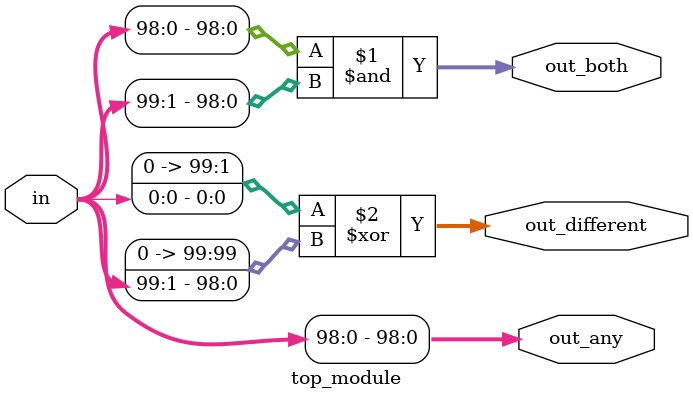
<source format=sv>
module top_module (
	input [99:0] in,
	output [98:0] out_both,
	output [99:1] out_any,
	output [99:0] out_different
);

	assign out_both = in[98:0] & in[99:1];
	assign out_any = in;
	assign out_different = {in[0]} ^ {1'b0, in[99:1]};

endmodule

</source>
